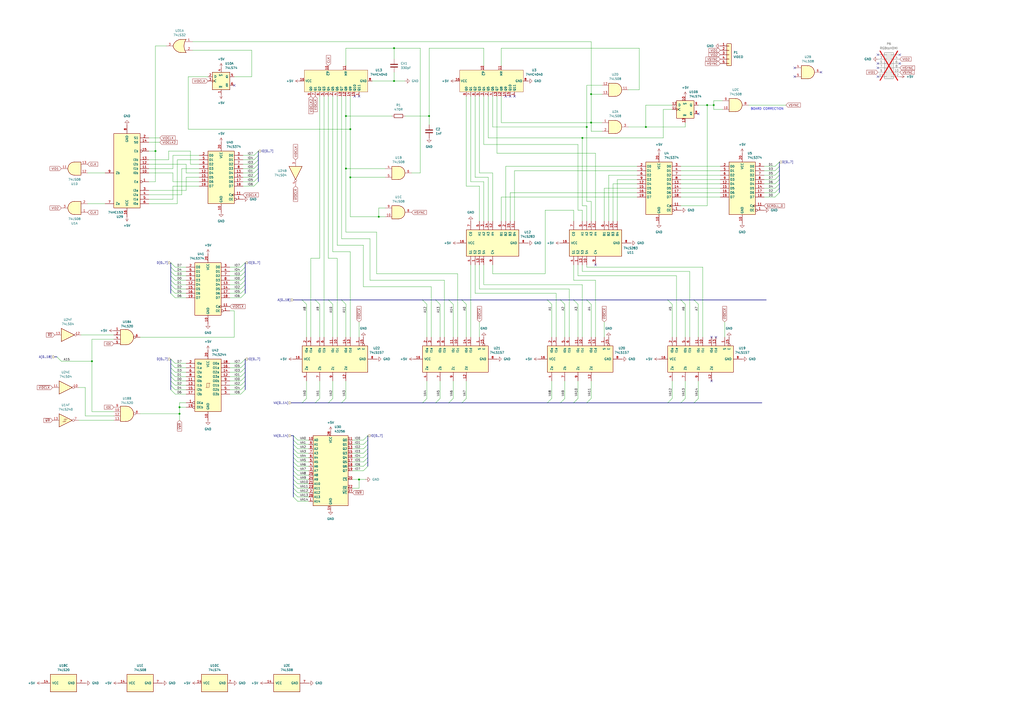
<source format=kicad_sch>
(kicad_sch (version 20231120) (generator "eeschema") (generator_version "8.0")
  (paper "A2")
  (junction (at 104.14 236.22))
  (junction (at 203.2 102.87))
  (junction (at 228.6 46.99))
  (junction (at 228.6 27.94))
  (junction (at 104.14 240.03))
  (junction (at 410.21 60.96))
  (junction (at 248.92 67.31))
  (junction (at 200.66 67.31))
  (junction (at 203.2 74.93))
  (junction (at 53.34 209.55))
  (junction (at 337.82 80.01))
  (junction (at 90.17 87.63))
  (junction (at 374.65 73.66))
  (junction (at 219.71 125.73))
  (junction (at 200.66 97.79))
  (junction (at 342.9 54.61))
  (junction (at 342.9 71.12))
  (junction (at 208.28 278.13))
  (junction (at 414.02 60.96))
  (junction (at 340.36 73.66))
  (no_connect (at 476.25 41.91))
  (no_connect (at 509.27 44.45))
  (no_connect (at 509.27 31.75))
  (no_connect (at 135.89 49.53))
  (no_connect (at 205.74 55.88))
  (no_connect (at 521.97 31.75))
  (no_connect (at 461.01 44.45))
  (no_connect (at 298.45 55.88))
  (no_connect (at 521.97 36.83))
  (no_connect (at 412.75 220.98))
  (no_connect (at 295.91 55.88))
  (no_connect (at 293.37 55.88))
  (no_connect (at 412.75 195.58))
  (no_connect (at 345.44 153.67))
  (no_connect (at 415.29 195.58))
  (no_connect (at 208.28 55.88))
  (no_connect (at 405.13 66.04))
  (no_connect (at 461.01 39.37))
  (no_connect (at 509.27 36.83))
  (no_connect (at 509.27 39.37))
  (bus_entry (at 449.58 101.6) (size 2.54 -2.54))
  (bus_entry (at 170.18 265.43) (size 2.54 2.54))
  (bus_entry (at 267.97 233.68) (size 2.54 -2.54))
  (bus_entry (at 139.7 165.1) (size 2.54 -2.54))
  (bus_entry (at 394.97 173.99) (size 2.54 2.54))
  (bus_entry (at 147.32 97.79) (size 2.54 -2.54))
  (bus_entry (at 147.32 95.25) (size 2.54 -2.54))
  (bus_entry (at 101.6 170.18) (size -2.54 -2.54))
  (bus_entry (at 139.7 154.94) (size 2.54 -2.54))
  (bus_entry (at 101.6 165.1) (size -2.54 -2.54))
  (bus_entry (at 402.59 233.68) (size 2.54 -2.54))
  (bus_entry (at 170.18 270.51) (size 2.54 2.54))
  (bus_entry (at 139.7 223.52) (size 2.54 -2.54))
  (bus_entry (at 101.6 223.52) (size -2.54 -2.54))
  (bus_entry (at 139.7 172.72) (size 2.54 -2.54))
  (bus_entry (at 252.73 173.99) (size 2.54 2.54))
  (bus_entry (at 139.7 226.06) (size 2.54 -2.54))
  (bus_entry (at 260.35 233.68) (size 2.54 -2.54))
  (bus_entry (at 190.5 173.99) (size 2.54 2.54))
  (bus_entry (at 210.82 273.05) (size 2.54 -2.54))
  (bus_entry (at 170.18 275.59) (size 2.54 2.54))
  (bus_entry (at 139.7 228.6) (size 2.54 -2.54))
  (bus_entry (at 170.18 280.67) (size 2.54 2.54))
  (bus_entry (at 245.11 233.68) (size 2.54 -2.54))
  (bus_entry (at 101.6 157.48) (size -2.54 -2.54))
  (bus_entry (at 325.12 233.68) (size 2.54 -2.54))
  (bus_entry (at 101.6 218.44) (size -2.54 -2.54))
  (bus_entry (at 33.02 207.01) (size 2.54 2.54))
  (bus_entry (at 139.7 210.82) (size 2.54 -2.54))
  (bus_entry (at 317.5 233.68) (size 2.54 -2.54))
  (bus_entry (at 101.6 226.06) (size -2.54 -2.54))
  (bus_entry (at 210.82 255.27) (size 2.54 -2.54))
  (bus_entry (at 260.35 173.99) (size 2.54 2.54))
  (bus_entry (at 449.58 114.3) (size 2.54 -2.54))
  (bus_entry (at 170.18 252.73) (size 2.54 2.54))
  (bus_entry (at 182.88 173.99) (size 2.54 2.54))
  (bus_entry (at 267.97 173.99) (size 2.54 2.54))
  (bus_entry (at 101.6 228.6) (size -2.54 -2.54))
  (bus_entry (at 139.7 162.56) (size 2.54 -2.54))
  (bus_entry (at 101.6 172.72) (size -2.54 -2.54))
  (bus_entry (at 449.58 96.52) (size 2.54 -2.54))
  (bus_entry (at 147.32 105.41) (size 2.54 -2.54))
  (bus_entry (at 252.73 233.68) (size 2.54 -2.54))
  (bus_entry (at 332.74 233.68) (size 2.54 -2.54))
  (bus_entry (at 210.82 262.89) (size 2.54 -2.54))
  (bus_entry (at 190.5 233.68) (size 2.54 -2.54))
  (bus_entry (at 139.7 220.98) (size 2.54 -2.54))
  (bus_entry (at 340.36 173.99) (size 2.54 2.54))
  (bus_entry (at 340.36 233.68) (size 2.54 -2.54))
  (bus_entry (at 449.58 106.68) (size 2.54 -2.54))
  (bus_entry (at 170.18 273.05) (size 2.54 2.54))
  (bus_entry (at 449.58 111.76) (size 2.54 -2.54))
  (bus_entry (at 317.5 173.99) (size 2.54 2.54))
  (bus_entry (at 101.6 220.98) (size -2.54 -2.54))
  (bus_entry (at 449.58 109.22) (size 2.54 -2.54))
  (bus_entry (at 170.18 278.13) (size 2.54 2.54))
  (bus_entry (at 402.59 173.99) (size 2.54 2.54))
  (bus_entry (at 101.6 215.9) (size -2.54 -2.54))
  (bus_entry (at 210.82 265.43) (size 2.54 -2.54))
  (bus_entry (at 325.12 173.99) (size 2.54 2.54))
  (bus_entry (at 449.58 99.06) (size 2.54 -2.54))
  (bus_entry (at 147.32 100.33) (size 2.54 -2.54))
  (bus_entry (at 449.58 104.14) (size 2.54 -2.54))
  (bus_entry (at 182.88 233.68) (size 2.54 -2.54))
  (bus_entry (at 170.18 260.35) (size 2.54 2.54))
  (bus_entry (at 170.18 267.97) (size 2.54 2.54))
  (bus_entry (at 170.18 257.81) (size 2.54 2.54))
  (bus_entry (at 245.11 173.99) (size 2.54 2.54))
  (bus_entry (at 210.82 267.97) (size 2.54 -2.54))
  (bus_entry (at 101.6 154.94) (size -2.54 -2.54))
  (bus_entry (at 147.32 92.71) (size 2.54 -2.54))
  (bus_entry (at 147.32 102.87) (size 2.54 -2.54))
  (bus_entry (at 139.7 215.9) (size 2.54 -2.54))
  (bus_entry (at 170.18 255.27) (size 2.54 2.54))
  (bus_entry (at 147.32 107.95) (size 2.54 -2.54))
  (bus_entry (at 101.6 160.02) (size -2.54 -2.54))
  (bus_entry (at 101.6 167.64) (size -2.54 -2.54))
  (bus_entry (at 387.35 233.68) (size 2.54 -2.54))
  (bus_entry (at 101.6 210.82) (size -2.54 -2.54))
  (bus_entry (at 175.26 233.68) (size 2.54 -2.54))
  (bus_entry (at 198.12 233.68) (size 2.54 -2.54))
  (bus_entry (at 210.82 270.51) (size 2.54 -2.54))
  (bus_entry (at 198.12 173.99) (size 2.54 2.54))
  (bus_entry (at 139.7 157.48) (size 2.54 -2.54))
  (bus_entry (at 101.6 213.36) (size -2.54 -2.54))
  (bus_entry (at 139.7 167.64) (size 2.54 -2.54))
  (bus_entry (at 139.7 170.18) (size 2.54 -2.54))
  (bus_entry (at 387.35 173.99) (size 2.54 2.54))
  (bus_entry (at 210.82 257.81) (size 2.54 -2.54))
  (bus_entry (at 139.7 218.44) (size 2.54 -2.54))
  (bus_entry (at 170.18 288.29) (size 2.54 2.54))
  (bus_entry (at 170.18 262.89) (size 2.54 2.54))
  (bus_entry (at 139.7 213.36) (size 2.54 -2.54))
  (bus_entry (at 332.74 173.99) (size 2.54 2.54))
  (bus_entry (at 175.26 173.99) (size 2.54 2.54))
  (bus_entry (at 170.18 283.21) (size 2.54 2.54))
  (bus_entry (at 170.18 285.75) (size 2.54 2.54))
  (bus_entry (at 101.6 162.56) (size -2.54 -2.54))
  (bus_entry (at 210.82 260.35) (size 2.54 -2.54))
  (bus_entry (at 139.7 160.02) (size 2.54 -2.54))
  (bus_entry (at 147.32 90.17) (size 2.54 -2.54))
  (bus_entry (at 394.97 233.68) (size 2.54 -2.54))
  (wire (pts (xy 280.67 105.41) (xy 280.67 128.27)))
  (bus (pts (xy 149.86 102.87) (xy 149.86 105.41)))
  (wire (pts (xy 172.72 273.05) (xy 179.07 273.05)))
  (wire (pts (xy 104.14 236.22) (xy 104.14 240.03)))
  (wire (pts (xy 443.23 101.6) (xy 449.58 101.6)))
  (wire (pts (xy 185.42 149.86) (xy 180.34 149.86)))
  (bus (pts (xy 190.5 233.68) (xy 198.12 233.68)))
  (bus (pts (xy 170.18 267.97) (xy 170.18 270.51)))
  (bus (pts (xy 170.18 275.59) (xy 170.18 278.13)))
  (wire (pts (xy 228.6 27.94) (xy 228.6 34.29)))
  (wire (pts (xy 135.89 180.34) (xy 133.35 180.34)))
  (wire (pts (xy 283.21 102.87) (xy 283.21 128.27)))
  (bus (pts (xy 182.88 233.68) (xy 190.5 233.68)))
  (wire (pts (xy 193.04 146.05) (xy 203.2 146.05)))
  (wire (pts (xy 86.36 113.03) (xy 105.41 113.03)))
  (bus (pts (xy 142.24 165.1) (xy 142.24 167.64)))
  (wire (pts (xy 140.97 97.79) (xy 147.32 97.79)))
  (bus (pts (xy 142.24 210.82) (xy 142.24 213.36)))
  (wire (pts (xy 86.36 92.71) (xy 97.79 92.71)))
  (wire (pts (xy 109.22 74.93) (xy 109.22 44.45)))
  (wire (pts (xy 200.66 97.79) (xy 200.66 134.62)))
  (bus (pts (xy 99.06 160.02) (xy 99.06 162.56)))
  (bus (pts (xy 267.97 173.99) (xy 317.5 173.99)))
  (wire (pts (xy 414.02 58.42) (xy 414.02 60.96)))
  (bus (pts (xy 452.12 109.22) (xy 452.12 111.76)))
  (wire (pts (xy 327.66 220.98) (xy 327.66 231.14)))
  (wire (pts (xy 342.9 220.98) (xy 342.9 231.14)))
  (wire (pts (xy 203.2 74.93) (xy 203.2 102.87)))
  (wire (pts (xy 369.57 101.6) (xy 353.06 101.6)))
  (wire (pts (xy 384.81 80.01) (xy 384.81 63.5)))
  (wire (pts (xy 248.92 67.31) (xy 248.92 72.39)))
  (wire (pts (xy 140.97 105.41) (xy 147.32 105.41)))
  (bus (pts (xy 317.5 173.99) (xy 325.12 173.99)))
  (wire (pts (xy 332.74 121.92) (xy 332.74 128.27)))
  (wire (pts (xy 100.33 105.41) (xy 115.57 105.41)))
  (wire (pts (xy 290.83 55.88) (xy 290.83 71.12)))
  (bus (pts (xy 325.12 233.68) (xy 332.74 233.68)))
  (wire (pts (xy 394.97 96.52) (xy 417.83 96.52)))
  (wire (pts (xy 146.05 29.21) (xy 111.76 29.21)))
  (wire (pts (xy 443.23 99.06) (xy 449.58 99.06)))
  (wire (pts (xy 172.72 278.13) (xy 179.07 278.13)))
  (wire (pts (xy 193.04 55.88) (xy 193.04 146.05)))
  (bus (pts (xy 170.18 280.67) (xy 170.18 283.21)))
  (bus (pts (xy 99.06 167.64) (xy 99.06 170.18)))
  (bus (pts (xy 213.36 262.89) (xy 213.36 265.43)))
  (wire (pts (xy 369.57 114.3) (xy 290.83 114.3)))
  (wire (pts (xy 86.36 118.11) (xy 102.87 118.11)))
  (wire (pts (xy 275.59 170.18) (xy 322.58 170.18)))
  (wire (pts (xy 107.95 102.87) (xy 115.57 102.87)))
  (wire (pts (xy 104.14 240.03) (xy 104.14 243.84)))
  (wire (pts (xy 50.8 100.33) (xy 60.96 100.33)))
  (wire (pts (xy 133.35 165.1) (xy 139.7 165.1)))
  (wire (pts (xy 203.2 146.05) (xy 203.2 195.58)))
  (bus (pts (xy 340.36 233.68) (xy 387.35 233.68)))
  (wire (pts (xy 337.82 80.01) (xy 384.81 80.01)))
  (bus (pts (xy 332.74 233.68) (xy 340.36 233.68)))
  (wire (pts (xy 288.29 88.9) (xy 345.44 88.9)))
  (wire (pts (xy 278.13 55.88) (xy 278.13 100.33)))
  (wire (pts (xy 107.95 228.6) (xy 101.6 228.6)))
  (wire (pts (xy 133.35 213.36) (xy 139.7 213.36)))
  (bus (pts (xy 213.36 257.81) (xy 213.36 260.35)))
  (wire (pts (xy 200.66 38.1) (xy 200.66 27.94)))
  (wire (pts (xy 394.97 99.06) (xy 417.83 99.06)))
  (wire (pts (xy 270.51 107.95) (xy 278.13 107.95)))
  (wire (pts (xy 374.65 73.66) (xy 374.65 60.96)))
  (wire (pts (xy 146.05 44.45) (xy 146.05 29.21)))
  (wire (pts (xy 332.74 153.67) (xy 332.74 162.56)))
  (wire (pts (xy 219.71 120.65) (xy 219.71 125.73)))
  (wire (pts (xy 107.95 95.25) (xy 107.95 100.33)))
  (wire (pts (xy 327.66 176.53) (xy 327.66 195.58)))
  (wire (pts (xy 443.23 111.76) (xy 449.58 111.76)))
  (wire (pts (xy 172.72 288.29) (xy 179.07 288.29)))
  (wire (pts (xy 434.34 60.96) (xy 455.93 60.96)))
  (wire (pts (xy 248.92 27.94) (xy 280.67 27.94)))
  (wire (pts (xy 86.36 115.57) (xy 100.33 115.57)))
  (wire (pts (xy 215.9 46.99) (xy 228.6 46.99)))
  (bus (pts (xy 99.06 215.9) (xy 99.06 218.44)))
  (wire (pts (xy 204.47 255.27) (xy 210.82 255.27)))
  (wire (pts (xy 100.33 115.57) (xy 100.33 107.95)))
  (bus (pts (xy 170.18 278.13) (xy 170.18 280.67)))
  (wire (pts (xy 172.72 285.75) (xy 179.07 285.75)))
  (bus (pts (xy 142.24 152.4) (xy 142.24 154.94)))
  (bus (pts (xy 170.18 283.21) (xy 170.18 285.75)))
  (bus (pts (xy 170.18 273.05) (xy 170.18 275.59)))
  (wire (pts (xy 187.96 55.88) (xy 187.96 195.58)))
  (bus (pts (xy 213.36 265.43) (xy 213.36 267.97)))
  (wire (pts (xy 243.84 100.33) (xy 243.84 27.94)))
  (wire (pts (xy 340.36 73.66) (xy 340.36 49.53)))
  (wire (pts (xy 335.28 220.98) (xy 335.28 231.14)))
  (wire (pts (xy 90.17 26.67) (xy 90.17 87.63)))
  (bus (pts (xy 142.24 157.48) (xy 142.24 160.02)))
  (wire (pts (xy 320.04 176.53) (xy 320.04 195.58)))
  (bus (pts (xy 99.06 152.4) (xy 99.06 154.94)))
  (wire (pts (xy 109.22 44.45) (xy 120.65 44.45)))
  (wire (pts (xy 255.27 220.98) (xy 255.27 231.14)))
  (wire (pts (xy 342.9 116.84) (xy 342.9 128.27)))
  (wire (pts (xy 342.9 76.2) (xy 349.25 76.2)))
  (wire (pts (xy 133.35 154.94) (xy 139.7 154.94)))
  (wire (pts (xy 198.12 138.43) (xy 214.63 138.43)))
  (wire (pts (xy 228.6 41.91) (xy 228.6 46.99)))
  (wire (pts (xy 86.36 110.49) (xy 107.95 110.49)))
  (wire (pts (xy 223.52 120.65) (xy 219.71 120.65)))
  (wire (pts (xy 419.1 58.42) (xy 414.02 58.42)))
  (wire (pts (xy 364.49 52.07) (xy 370.84 52.07)))
  (wire (pts (xy 320.04 220.98) (xy 320.04 231.14)))
  (wire (pts (xy 133.35 210.82) (xy 139.7 210.82)))
  (bus (pts (xy 99.06 210.82) (xy 99.06 213.36)))
  (wire (pts (xy 369.57 104.14) (xy 358.14 104.14)))
  (wire (pts (xy 369.57 96.52) (xy 293.37 96.52)))
  (wire (pts (xy 107.95 110.49) (xy 107.95 102.87)))
  (wire (pts (xy 210.82 166.37) (xy 250.19 166.37)))
  (bus (pts (xy 402.59 233.68) (xy 441.96 233.68)))
  (wire (pts (xy 270.51 176.53) (xy 270.51 195.58)))
  (bus (pts (xy 175.26 233.68) (xy 182.88 233.68)))
  (wire (pts (xy 92.71 80.01) (xy 86.36 80.01)))
  (wire (pts (xy 135.89 195.58) (xy 135.89 180.34)))
  (wire (pts (xy 133.35 218.44) (xy 139.7 218.44)))
  (wire (pts (xy 219.71 125.73) (xy 223.52 125.73)))
  (wire (pts (xy 214.63 162.56) (xy 257.81 162.56)))
  (wire (pts (xy 172.72 283.21) (xy 179.07 283.21)))
  (wire (pts (xy 172.72 255.27) (xy 179.07 255.27)))
  (wire (pts (xy 200.66 134.62) (xy 218.44 134.62)))
  (wire (pts (xy 335.28 176.53) (xy 335.28 195.58)))
  (wire (pts (xy 394.97 106.68) (xy 417.83 106.68)))
  (wire (pts (xy 203.2 74.93) (xy 109.22 74.93)))
  (wire (pts (xy 262.89 176.53) (xy 262.89 195.58)))
  (wire (pts (xy 100.33 100.33) (xy 100.33 105.41)))
  (bus (pts (xy 99.06 218.44) (xy 99.06 220.98)))
  (wire (pts (xy 278.13 107.95) (xy 278.13 128.27)))
  (wire (pts (xy 214.63 138.43) (xy 214.63 162.56)))
  (wire (pts (xy 280.67 55.88) (xy 280.67 83.82)))
  (wire (pts (xy 394.97 111.76) (xy 417.83 111.76)))
  (bus (pts (xy 317.5 233.68) (xy 325.12 233.68)))
  (wire (pts (xy 92.71 82.55) (xy 86.36 82.55)))
  (bus (pts (xy 170.18 285.75) (xy 170.18 288.29)))
  (wire (pts (xy 234.95 67.31) (xy 248.92 67.31)))
  (wire (pts (xy 133.35 215.9) (xy 139.7 215.9)))
  (bus (pts (xy 387.35 173.99) (xy 394.97 173.99)))
  (wire (pts (xy 285.75 55.88) (xy 285.75 73.66)))
  (wire (pts (xy 140.97 92.71) (xy 147.32 92.71)))
  (wire (pts (xy 335.28 153.67) (xy 335.28 160.02)))
  (wire (pts (xy 200.66 67.31) (xy 227.33 67.31)))
  (wire (pts (xy 135.89 44.45) (xy 146.05 44.45)))
  (wire (pts (xy 195.58 55.88) (xy 195.58 142.24)))
  (wire (pts (xy 340.36 153.67) (xy 340.36 154.94)))
  (wire (pts (xy 204.47 260.35) (xy 210.82 260.35)))
  (wire (pts (xy 238.76 100.33) (xy 243.84 100.33)))
  (wire (pts (xy 97.79 92.71) (xy 97.79 87.63)))
  (bus (pts (xy 452.12 96.52) (xy 452.12 99.06)))
  (wire (pts (xy 293.37 96.52) (xy 293.37 128.27)))
  (wire (pts (xy 218.44 134.62) (xy 218.44 158.75)))
  (wire (pts (xy 107.95 160.02) (xy 101.6 160.02)))
  (bus (pts (xy 170.18 265.43) (xy 170.18 267.97)))
  (wire (pts (xy 100.33 97.79) (xy 100.33 90.17)))
  (wire (pts (xy 107.95 172.72) (xy 101.6 172.72)))
  (wire (pts (xy 228.6 27.94) (xy 243.84 27.94)))
  (bus (pts (xy 213.36 260.35) (xy 213.36 262.89)))
  (wire (pts (xy 140.97 95.25) (xy 147.32 95.25)))
  (wire (pts (xy 208.28 283.21) (xy 208.28 278.13)))
  (wire (pts (xy 290.83 114.3) (xy 290.83 128.27)))
  (wire (pts (xy 410.21 60.96) (xy 410.21 119.38)))
  (bus (pts (xy 452.12 104.14) (xy 452.12 106.68)))
  (wire (pts (xy 133.35 167.64) (xy 139.7 167.64)))
  (wire (pts (xy 285.75 100.33) (xy 285.75 128.27)))
  (wire (pts (xy 49.53 241.3) (xy 66.04 241.3)))
  (wire (pts (xy 107.95 162.56) (xy 101.6 162.56)))
  (wire (pts (xy 195.58 142.24) (xy 210.82 142.24)))
  (bus (pts (xy 452.12 93.98) (xy 452.12 96.52)))
  (wire (pts (xy 384.81 63.5) (xy 389.89 63.5)))
  (wire (pts (xy 172.72 267.97) (xy 179.07 267.97)))
  (wire (pts (xy 204.47 262.89) (xy 210.82 262.89)))
  (wire (pts (xy 288.29 55.88) (xy 288.29 88.9)))
  (bus (pts (xy 332.74 173.99) (xy 340.36 173.99)))
  (bus (pts (xy 252.73 233.68) (xy 260.35 233.68)))
  (wire (pts (xy 397.51 71.12) (xy 397.51 73.66)))
  (wire (pts (xy 35.56 209.55) (xy 53.34 209.55)))
  (wire (pts (xy 218.44 158.75) (xy 265.43 158.75)))
  (wire (pts (xy 280.67 165.1) (xy 337.82 165.1)))
  (bus (pts (xy 142.24 167.64) (xy 142.24 170.18)))
  (wire (pts (xy 270.51 220.98) (xy 270.51 231.14)))
  (bus (pts (xy 452.12 101.6) (xy 452.12 104.14)))
  (wire (pts (xy 316.23 121.92) (xy 332.74 121.92)))
  (bus (pts (xy 99.06 154.94) (xy 99.06 157.48)))
  (wire (pts (xy 204.47 283.21) (xy 208.28 283.21)))
  (wire (pts (xy 394.97 114.3) (xy 417.83 114.3)))
  (bus (pts (xy 149.86 97.79) (xy 149.86 100.33)))
  (wire (pts (xy 96.52 26.67) (xy 90.17 26.67)))
  (bus (pts (xy 213.36 267.97) (xy 213.36 270.51)))
  (bus (pts (xy 170.18 262.89) (xy 170.18 265.43)))
  (wire (pts (xy 273.05 153.67) (xy 273.05 195.58)))
  (wire (pts (xy 247.65 176.53) (xy 247.65 195.58)))
  (wire (pts (xy 335.28 160.02) (xy 392.43 160.02)))
  (bus (pts (xy 325.12 173.99) (xy 332.74 173.99)))
  (wire (pts (xy 200.66 176.53) (xy 200.66 195.58)))
  (bus (pts (xy 99.06 165.1) (xy 99.06 167.64)))
  (wire (pts (xy 407.67 154.94) (xy 407.67 195.58)))
  (wire (pts (xy 203.2 102.87) (xy 203.2 125.73)))
  (wire (pts (xy 172.72 290.83) (xy 179.07 290.83)))
  (wire (pts (xy 350.52 186.69) (xy 350.52 195.58)))
  (wire (pts (xy 273.05 55.88) (xy 273.05 105.41)))
  (wire (pts (xy 295.91 111.76) (xy 295.91 128.27)))
  (wire (pts (xy 140.97 102.87) (xy 147.32 102.87)))
  (bus (pts (xy 260.35 233.68) (xy 267.97 233.68)))
  (bus (pts (xy 402.59 173.99) (xy 444.5 173.99)))
  (wire (pts (xy 177.8 220.98) (xy 177.8 231.14)))
  (wire (pts (xy 228.6 46.99) (xy 234.95 46.99)))
  (wire (pts (xy 203.2 125.73) (xy 219.71 125.73)))
  (wire (pts (xy 107.95 154.94) (xy 101.6 154.94)))
  (bus (pts (xy 142.24 218.44) (xy 142.24 220.98)))
  (bus (pts (xy 142.24 215.9) (xy 142.24 218.44)))
  (wire (pts (xy 285.75 73.66) (xy 340.36 73.66)))
  (wire (pts (xy 190.5 55.88) (xy 190.5 149.86)))
  (bus (pts (xy 170.18 255.27) (xy 170.18 257.81)))
  (wire (pts (xy 275.59 153.67) (xy 275.59 170.18)))
  (wire (pts (xy 278.13 153.67) (xy 278.13 167.64)))
  (wire (pts (xy 66.04 196.85) (xy 53.34 196.85)))
  (wire (pts (xy 104.14 236.22) (xy 107.95 236.22)))
  (wire (pts (xy 414.02 63.5) (xy 419.1 63.5)))
  (wire (pts (xy 414.02 60.96) (xy 414.02 63.5)))
  (bus (pts (xy 198.12 233.68) (xy 245.11 233.68)))
  (wire (pts (xy 443.23 109.22) (xy 449.58 109.22)))
  (bus (pts (xy 99.06 157.48) (xy 99.06 160.02)))
  (wire (pts (xy 81.28 195.58) (xy 135.89 195.58)))
  (bus (pts (xy 99.06 162.56) (xy 99.06 165.1)))
  (wire (pts (xy 394.97 104.14) (xy 417.83 104.14)))
  (bus (pts (xy 142.24 220.98) (xy 142.24 223.52)))
  (wire (pts (xy 97.79 87.63) (xy 110.49 87.63)))
  (bus (pts (xy 245.11 233.68) (xy 252.73 233.68)))
  (wire (pts (xy 107.95 157.48) (xy 101.6 157.48)))
  (wire (pts (xy 50.8 118.11) (xy 60.96 118.11)))
  (wire (pts (xy 273.05 105.41) (xy 280.67 105.41)))
  (wire (pts (xy 298.45 99.06) (xy 298.45 128.27)))
  (bus (pts (xy 168.91 252.73) (xy 170.18 252.73)))
  (wire (pts (xy 208.28 278.13) (xy 204.47 278.13)))
  (wire (pts (xy 270.51 55.88) (xy 270.51 107.95)))
  (wire (pts (xy 107.95 226.06) (xy 101.6 226.06)))
  (bus (pts (xy 142.24 160.02) (xy 142.24 162.56)))
  (wire (pts (xy 337.82 153.67) (xy 337.82 157.48)))
  (wire (pts (xy 210.82 142.24) (xy 210.82 166.37)))
  (wire (pts (xy 66.04 238.76) (xy 53.34 238.76)))
  (wire (pts (xy 180.34 149.86) (xy 180.34 195.58)))
  (wire (pts (xy 200.66 67.31) (xy 200.66 97.79)))
  (wire (pts (xy 110.49 95.25) (xy 115.57 95.25)))
  (bus (pts (xy 170.18 260.35) (xy 170.18 262.89)))
  (wire (pts (xy 322.58 170.18) (xy 322.58 195.58)))
  (wire (pts (xy 397.51 220.98) (xy 397.51 231.14)))
  (wire (pts (xy 342.9 54.61) (xy 342.9 71.12)))
  (wire (pts (xy 335.28 121.92) (xy 337.82 121.92)))
  (wire (pts (xy 172.72 262.89) (xy 179.07 262.89)))
  (wire (pts (xy 107.95 218.44) (xy 101.6 218.44)))
  (wire (pts (xy 316.23 158.75) (xy 316.23 121.92)))
  (wire (pts (xy 342.9 24.13) (xy 342.9 54.61)))
  (bus (pts (xy 260.35 173.99) (xy 267.97 173.99)))
  (wire (pts (xy 177.8 176.53) (xy 177.8 195.58)))
  (wire (pts (xy 394.97 109.22) (xy 417.83 109.22)))
  (wire (pts (xy 203.2 55.88) (xy 203.2 74.93)))
  (wire (pts (xy 250.19 166.37) (xy 250.19 195.58)))
  (wire (pts (xy 111.76 24.13) (xy 342.9 24.13)))
  (wire (pts (xy 133.35 157.48) (xy 139.7 157.48)))
  (bus (pts (xy 213.36 255.27) (xy 213.36 257.81)))
  (wire (pts (xy 133.35 226.06) (xy 139.7 226.06)))
  (wire (pts (xy 105.41 97.79) (xy 115.57 97.79)))
  (wire (pts (xy 370.84 27.94) (xy 290.83 27.94)))
  (wire (pts (xy 342.9 71.12) (xy 342.9 76.2)))
  (wire (pts (xy 133.35 228.6) (xy 139.7 228.6)))
  (wire (pts (xy 172.72 280.67) (xy 179.07 280.67)))
  (bus (pts (xy 452.12 99.06) (xy 452.12 101.6)))
  (wire (pts (xy 190.5 149.86) (xy 195.58 149.86)))
  (wire (pts (xy 140.97 100.33) (xy 147.32 100.33)))
  (wire (pts (xy 86.36 100.33) (xy 100.33 100.33)))
  (bus (pts (xy 452.12 106.68) (xy 452.12 109.22)))
  (wire (pts (xy 340.36 73.66) (xy 340.36 116.84)))
  (bus (pts (xy 170.18 270.51) (xy 170.18 273.05)))
  (wire (pts (xy 369.57 109.22) (xy 350.52 109.22)))
  (wire (pts (xy 110.49 87.63) (xy 110.49 95.25)))
  (bus (pts (xy 149.86 90.17) (xy 149.86 92.71)))
  (wire (pts (xy 397.51 176.53) (xy 397.51 195.58)))
  (bus (pts (xy 190.5 173.99) (xy 198.12 173.99)))
  (wire (pts (xy 342.9 176.53) (xy 342.9 195.58)))
  (wire (pts (xy 265.43 158.75) (xy 265.43 195.58)))
  (bus (pts (xy 245.11 173.99) (xy 252.73 173.99)))
  (wire (pts (xy 443.23 106.68) (xy 449.58 106.68)))
  (wire (pts (xy 257.81 162.56) (xy 257.81 195.58)))
  (wire (pts (xy 204.47 257.81) (xy 210.82 257.81)))
  (wire (pts (xy 107.95 210.82) (xy 101.6 210.82)))
  (wire (pts (xy 340.36 116.84) (xy 342.9 116.84)))
  (wire (pts (xy 107.95 165.1) (xy 101.6 165.1)))
  (bus (pts (xy 31.75 207.01) (xy 33.02 207.01)))
  (wire (pts (xy 443.23 104.14) (xy 449.58 104.14)))
  (wire (pts (xy 204.47 267.97) (xy 210.82 267.97)))
  (bus (pts (xy 142.24 213.36) (xy 142.24 215.9)))
  (wire (pts (xy 400.05 157.48) (xy 400.05 195.58)))
  (wire (pts (xy 102.87 92.71) (xy 115.57 92.71)))
  (bus (pts (xy 168.91 233.68) (xy 175.26 233.68)))
  (wire (pts (xy 172.72 275.59) (xy 179.07 275.59)))
  (wire (pts (xy 212.09 278.13) (xy 208.28 278.13)))
  (wire (pts (xy 370.84 52.07) (xy 370.84 27.94)))
  (bus (pts (xy 340.36 173.99) (xy 387.35 173.99)))
  (wire (pts (xy 107.95 233.68) (xy 104.14 233.68)))
  (bus (pts (xy 99.06 213.36) (xy 99.06 215.9)))
  (wire (pts (xy 107.95 170.18) (xy 101.6 170.18)))
  (wire (pts (xy 172.72 270.51) (xy 179.07 270.51)))
  (bus (pts (xy 99.06 208.28) (xy 99.06 210.82)))
  (wire (pts (xy 107.95 213.36) (xy 101.6 213.36)))
  (wire (pts (xy 374.65 60.96) (xy 389.89 60.96)))
  (wire (pts (xy 53.34 196.85) (xy 53.34 209.55)))
  (wire (pts (xy 104.14 233.68) (xy 104.14 236.22)))
  (wire (pts (xy 140.97 107.95) (xy 147.32 107.95)))
  (wire (pts (xy 208.28 186.69) (xy 208.28 195.58)))
  (wire (pts (xy 420.37 186.69) (xy 420.37 195.58)))
  (wire (pts (xy 172.72 265.43) (xy 179.07 265.43)))
  (wire (pts (xy 358.14 104.14) (xy 358.14 128.27)))
  (wire (pts (xy 198.12 55.88) (xy 198.12 138.43)))
  (wire (pts (xy 389.89 220.98) (xy 389.89 231.14)))
  (wire (pts (xy 200.66 220.98) (xy 200.66 231.14)))
  (bus (pts (xy 149.86 87.63) (xy 149.86 90.17)))
  (wire (pts (xy 107.95 100.33) (xy 115.57 100.33)))
  (wire (pts (xy 353.06 101.6) (xy 353.06 128.27)))
  (wire (pts (xy 337.82 121.92) (xy 337.82 128.27)))
  (wire (pts (xy 66.04 243.84) (xy 45.72 243.84)))
  (wire (pts (xy 337.82 80.01) (xy 337.82 119.38)))
  (wire (pts (xy 392.43 160.02) (xy 392.43 195.58)))
  (wire (pts (xy 203.2 102.87) (xy 223.52 102.87)))
  (wire (pts (xy 49.53 224.79) (xy 49.53 241.3)))
  (wire (pts (xy 340.36 128.27) (xy 340.36 119.38)))
  (wire (pts (xy 369.57 111.76) (xy 295.91 111.76)))
  (wire (pts (xy 355.6 106.68) (xy 355.6 128.27)))
  (wire (pts (xy 107.95 220.98) (xy 101.6 220.98)))
  (wire (pts (xy 255.27 176.53) (xy 255.27 195.58)))
  (wire (pts (xy 185.42 55.88) (xy 185.42 149.86)))
  (bus (pts (xy 99.06 220.98) (xy 99.06 223.52)))
  (bus (pts (xy 182.88 173.99) (xy 190.5 173.99)))
  (wire (pts (xy 172.72 260.35) (xy 179.07 260.35)))
  (bus (pts (xy 252.73 173.99) (xy 260.35 173.99)))
  (bus (pts (xy 142.24 162.56) (xy 142.24 165.1)))
  (wire (pts (xy 86.36 95.25) (xy 107.95 95.25)))
  (bus (pts (xy 170.18 257.81) (xy 170.18 260.35)))
  (wire (pts (xy 345.44 88.9) (xy 345.44 128.27)))
  (wire (pts (xy 410.21 119.38) (xy 394.97 119.38)))
  (bus (pts (xy 142.24 154.94) (xy 142.24 157.48)))
  (wire (pts (xy 86.36 105.41) (xy 90.17 105.41)))
  (wire (pts (xy 102.87 118.11) (xy 102.87 92.71)))
  (wire (pts (xy 262.89 220.98) (xy 262.89 231.14)))
  (bus (pts (xy 170.18 252.73) (xy 170.18 255.27)))
  (wire (pts (xy 285.75 158.75) (xy 316.23 158.75)))
  (wire (pts (xy 278.13 167.64) (xy 330.2 167.64)))
  (wire (pts (xy 200.66 97.79) (xy 223.52 97.79)))
  (bus (pts (xy 394.97 233.68) (xy 402.59 233.68)))
  (wire (pts (xy 280.67 83.82) (xy 335.28 83.82)))
  (wire (pts (xy 105.41 113.03) (xy 105.41 97.79)))
  (wire (pts (xy 200.66 55.88) (xy 200.66 67.31)))
  (wire (pts (xy 410.21 60.96) (xy 414.02 60.96)))
  (wire (pts (xy 195.58 149.86) (xy 195.58 195.58)))
  (wire (pts (xy 86.36 97.79) (xy 100.33 97.79)))
  (wire (pts (xy 394.97 101.6) (xy 417.83 101.6)))
  (wire (pts (xy 100.33 107.95) (xy 115.57 107.95)))
  (wire (pts (xy 337.82 165.1) (xy 337.82 195.58)))
  (wire (pts (xy 389.89 176.53) (xy 389.89 195.58)))
  (bus (pts (xy 142.24 208.28) (xy 142.24 210.82)))
  (wire (pts (xy 204.47 270.51) (xy 210.82 270.51)))
  (wire (pts (xy 185.42 176.53) (xy 185.42 195.58)))
  (wire (pts (xy 275.59 55.88) (xy 275.59 102.87)))
  (wire (pts (xy 133.35 160.02) (xy 139.7 160.02)))
  (wire (pts (xy 247.65 220.98) (xy 247.65 231.14)))
  (wire (pts (xy 53.34 238.76) (xy 53.34 209.55)))
  (wire (pts (xy 340.36 119.38) (xy 337.82 119.38)))
  (wire (pts (xy 290.83 27.94) (xy 290.83 38.1)))
  (wire (pts (xy 340.36 154.94) (xy 407.67 154.94)))
  (bus (pts (xy 142.24 223.52) (xy 142.24 226.06)))
  (wire (pts (xy 278.13 186.69) (xy 278.13 195.58)))
  (wire (pts (xy 100.33 90.17) (xy 115.57 90.17)))
  (wire (pts (xy 133.35 170.18) (xy 139.7 170.18)))
  (wire (pts (xy 104.14 240.03) (xy 81.28 240.03)))
  (wire (pts (xy 280.67 153.67) (xy 280.67 165.1)))
  (bus (pts (xy 213.36 252.73) (xy 213.36 255.27)))
  (wire (pts (xy 280.67 27.94) (xy 280.67 38.1)))
  (wire (pts (xy 337.82 157.48) (xy 400.05 157.48)))
  (wire (pts (xy 278.13 100.33) (xy 285.75 100.33)))
  (wire (pts (xy 133.35 223.52) (xy 139.7 223.52)))
  (bus (pts (xy 149.86 95.25) (xy 149.86 97.79)))
  (wire (pts (xy 345.44 162.56) (xy 345.44 195.58)))
  (wire (pts (xy 369.57 99.06) (xy 298.45 99.06)))
  (bus (pts (xy 149.86 100.33) (xy 149.86 102.87)))
  (wire (pts (xy 66.04 194.31) (xy 46.99 194.31)))
  (wire (pts (xy 330.2 167.64) (xy 330.2 195.58)))
  (bus (pts (xy 149.86 92.71) (xy 149.86 95.25)))
  (wire (pts (xy 283.21 55.88) (xy 283.21 80.01)))
  (wire (pts (xy 107.95 167.64) (xy 101.6 167.64)))
  (wire (pts (xy 107.95 215.9) (xy 101.6 215.9)))
  (wire (pts (xy 204.47 265.43) (xy 210.82 265.43)))
  (wire (pts (xy 285.75 153.67) (xy 285.75 158.75)))
  (bus (pts (xy 175.26 173.99) (xy 182.88 173.99)))
  (wire (pts (xy 350.52 109.22) (xy 350.52 128.27)))
  (wire (pts (xy 185.42 220.98) (xy 185.42 231.14)))
  (wire (pts (xy 193.04 220.98) (xy 193.04 231.14)))
  (wire (pts (xy 443.23 114.3) (xy 449.58 114.3)))
  (wire (pts (xy 340.36 49.53) (xy 349.25 49.53)))
  (bus (pts (xy 170.18 173.99) (xy 175.26 173.99)))
  (wire (pts (xy 172.72 257.81) (xy 179.07 257.81)))
  (wire (pts (xy 200.66 27.94) (xy 228.6 27.94)))
  (wire (pts (xy 342.9 71.12) (xy 349.25 71.12)))
  (wire (pts (xy 90.17 87.63) (xy 86.36 87.63)))
  (bus (pts (xy 387.35 233.68) (xy 394.97 233.68)))
  (wire (pts (xy 405.13 220.98) (xy 405.13 231.14)))
  (bus (pts (xy 267.97 233.68) (xy 317.5 233.68)))
  (wire (pts (xy 364.49 73.66) (xy 374.65 73.66)))
  (wire (pts (xy 349.25 54.61) (xy 342.9 54.61)))
  (wire (pts (xy 405.13 60.96) (xy 410.21 60.96)))
  (wire (pts (xy 90.17 105.41) (xy 90.17 87.63)))
  (wire (pts (xy 133.35 162.56) (xy 139.7 162.56)))
  (wire (pts (xy 283.21 80.01) (xy 337.82 80.01)))
  (wire (pts (xy 369.57 106.68) (xy 355.6 106.68)))
  (wire (pts (xy 332.74 162.56) (xy 345.44 162.56)))
  (bus (pts (xy 198.12 173.99) (xy 245.11 173.99)))
  (wire (pts (xy 140.97 90.17) (xy 147.32 90.17)))
  (wire (pts (xy 204.47 273.05) (xy 210.82 273.05)))
  (wire (pts (xy 133.35 220.98) (xy 139.7 220.98)))
  (wire (pts (xy 443.23 96.52) (xy 449.58 96.52)))
  (wire (pts (xy 193.04 176.53) (xy 193.04 195.58)))
  (bus (pts (xy 394.97 173.99) (xy 402.59 173.99)))
  (wire (pts (xy 133.35 172.72) (xy 139.7 172.72)))
  (wire (pts (xy 275.59 102.87) (xy 283.21 102.87)))
  (wire (pts (xy 248.92 67.31) (xy 248.92 27.94)))
  (wire (pts (xy 405.13 176.53) (xy 405.13 195.58)))
  (wire (pts (xy 107.95 223.52) (xy 101.6 223.52)))
  (wire (pts (xy 45.72 224.79) (xy 49.53 224.79)))
  (wire (pts (xy 397.51 73.66) (xy 374.65 73.66)))
  (wire (pts (xy 290.83 71.12) (xy 342.9 71.12)))
  (bus (pts (xy 99.06 223.52) (xy 99.06 226.06)))
  (wire (pts (xy 335.28 83.82) (xy 335.28 121.92)))
  (text "BOARD CORRECTION" (at 445.008 63.246 0) (effects (font (size 1.27 1.27))))
  (label "IO0" (at 135.89 162.56 0))
  (label "VA11" (at 173.99 283.21 0))
  (label "IO6" (at 205.74 270.51 0))
  (label "A12" (at 247.65 177.8 270))
  (label "A4" (at 342.9 177.8 270))
  (label "IO4" (at 135.89 157.48 0))
  (label "IO7" (at 205.74 273.05 0))
  (label "D0" (at 445.77 114.3 0))
  (label "IO0" (at 143.51 97.79 0))
  (label "A15" (at 36.83 209.55 0))
  (label "VA7" (at 270.51 229.87 90))
  (label "VA12" (at 389.89 229.87 90))
  (label "VA9" (at 173.99 278.13 0))
  (label "VA13" (at 397.51 229.87 90))
  (label "D5" (at 105.41 170.18 180))
  (label "VA8" (at 320.04 229.87 90))
  (label "D4" (at 105.41 157.48 180))
  (label "D6" (at 105.41 228.6 180))
  (label "A3" (at 335.28 177.8 270))
  (label "A8" (at 177.8 177.8 270))
  (label "VA8" (at 173.99 275.59 0))
  (label "VA0" (at 177.8 229.87 90))
  (label "IO0" (at 135.89 220.98 0))
  (label "A11" (at 200.66 177.8 270))
  (label "IO3" (at 135.89 215.9 0))
  (label "A2" (at 327.66 177.8 270))
  (label "D1" (at 445.77 96.52 0))
  (label "D5" (at 105.41 213.36 180))
  (label "VA12" (at 173.99 285.75 0))
  (label "D4" (at 105.41 226.06 180))
  (label "IO2" (at 135.89 223.52 0))
  (label "D7" (at 105.41 210.82 180))
  (label "VA3" (at 200.66 229.87 90))
  (label "A0" (at 270.51 177.8 270))
  (label "VA4" (at 247.65 229.87 90))
  (label "D7" (at 445.77 104.14 0))
  (label "D2" (at 445.77 111.76 0))
  (label "IO4" (at 143.51 92.71 0))
  (label "IO3" (at 205.74 262.89 0))
  (label "IO6" (at 135.89 228.6 0))
  (label "VA1" (at 173.99 257.81 0))
  (label "IO2" (at 143.51 102.87 0))
  (label "IO6" (at 143.51 107.95 0))
  (label "A5" (at 389.89 177.8 270))
  (label "IO1" (at 135.89 218.44 0))
  (label "VA11" (at 342.9 229.87 90))
  (label "A14" (at 262.89 177.8 270))
  (label "VA14" (at 173.99 290.83 0))
  (label "D0" (at 105.41 220.98 180))
  (label "IO7" (at 143.51 90.17 0))
  (label "D7" (at 105.41 154.94 180))
  (label "VA14" (at 405.13 229.87 90))
  (label "VA1" (at 185.42 229.87 90))
  (label "VA5" (at 173.99 267.97 0))
  (label "IO6" (at 135.89 172.72 0))
  (label "VA6" (at 173.99 270.51 0))
  (label "VA6" (at 262.89 229.87 90))
  (label "VA10" (at 173.99 280.67 0))
  (label "VA7" (at 173.99 273.05 0))
  (label "IO5" (at 205.74 267.97 0))
  (label "VA9" (at 327.66 229.87 90))
  (label "D6" (at 445.77 106.68 0))
  (label "IO3" (at 143.51 95.25 0))
  (label "D0" (at 105.41 162.56 180))
  (label "D2" (at 105.41 167.64 180))
  (label "D5" (at 445.77 101.6 0))
  (label "VA3" (at 173.99 262.89 0))
  (label "IO7" (at 135.89 210.82 0))
  (label "IO1" (at 135.89 165.1 0))
  (label "IO5" (at 135.89 213.36 0))
  (label "IO4" (at 135.89 226.06 0))
  (label "D2" (at 105.41 223.52 180))
  (label "VA4" (at 173.99 265.43 0))
  (label "VA0" (at 173.99 255.27 0))
  (label "A10" (at 193.04 177.8 270))
  (label "D6" (at 105.41 172.72 180))
  (label "VA13" (at 173.99 288.29 0))
  (label "IO3" (at 135.89 160.02 0))
  (label "VA5" (at 255.27 229.87 90))
  (label "D3" (at 105.41 215.9 180))
  (label "D3" (at 105.41 160.02 180))
  (label "D3" (at 445.77 99.06 0))
  (label "IO1" (at 205.74 257.81 0))
  (label "IO4" (at 205.74 265.43 0))
  (label "IO5" (at 135.89 170.18 0))
  (label "A7" (at 405.13 177.8 270))
  (label "D4" (at 445.77 109.22 0))
  (label "D1" (at 105.41 165.1 180))
  (label "IO5" (at 143.51 105.41 0))
  (label "IO1" (at 143.51 100.33 0))
  (label "IO7" (at 135.89 154.94 0))
  (label "IO2" (at 135.89 167.64 0))
  (label "A13" (at 255.27 177.8 270))
  (label "A1" (at 320.04 177.8 270))
  (label "VA10" (at 335.28 229.87 90))
  (label "D1" (at 105.41 218.44 180))
  (label "A6" (at 397.51 177.8 270))
  (label "IO0" (at 205.74 255.27 0))
  (label "VA2" (at 173.99 260.35 0))
  (label "IO2" (at 205.74 260.35 0))
  (label "A9" (at 185.42 177.8 270))
  (label "VA2" (at 193.04 229.87 90))
  (global_label "VID2" (shape input) (at 521.97 34.29 0) (property "Intersheetrefs" "${INTERSHEET_REFS}" (effects (hide yes))))
  (global_label "CLK" (shape input) (at 50.8 123.19 0) (property "Intersheetrefs" "${INTERSHEET_REFS}" (effects (hide yes))))
  (global_label "VID2" (shape input) (at 417.83 31.75 180) (property "Intersheetrefs" "${INTERSHEET_REFS}" (effects (hide yes))))
  (global_label "VSYNC" (shape input) (at 521.97 41.91 0) (property "Intersheetrefs" "${INTERSHEET_REFS}" (effects (hide yes))))
  (global_label "VID1" (shape input) (at 509.27 41.91 180) (property "Intersheetrefs" "${INTERSHEET_REFS}" (effects (hide yes))))
  (global_label "VIDCLK2" (shape input) (at 92.71 82.55 0) (property "Intersheetrefs" "${INTERSHEET_REFS}" (effects (hide yes))))
  (global_label "VSYNC" (shape input) (at 417.83 34.29 180) (property "Intersheetrefs" "${INTERSHEET_REFS}" (effects (hide yes))))
  (global_label "~{VWR}" (shape input) (at 104.14 243.84 270) (property "Intersheetrefs" "${INTERSHEET_REFS}" (effects (hide yes))))
  (global_label "CLK" (shape input) (at 190.5 38.1 90) (property "Intersheetrefs" "${INTERSHEET_REFS}" (effects (hide yes))))
  (global_label "VID2" (shape input) (at 35.56 120.65 180) (property "Intersheetrefs" "${INTERSHEET_REFS}" (effects (hide yes))))
  (global_label "HSYNC" (shape input) (at 521.97 39.37 0) (property "Intersheetrefs" "${INTERSHEET_REFS}" (effects (hide yes))))
  (global_label "~{VIDCLK}" (shape input) (at 208.28 186.69 90) (property "Intersheetrefs" "${INTERSHEET_REFS}" (effects (hide yes))))
  (global_label "~{WR}" (shape input) (at 30.48 243.84 180) (property "Intersheetrefs" "${INTERSHEET_REFS}" (effects (hide yes))))
  (global_label "VIDCLK" (shape input) (at 140.97 113.03 0) (property "Intersheetrefs" "${INTERSHEET_REFS}" (effects (hide yes))))
  (global_label "VIDCLK" (shape input) (at 171.45 92.71 90) (property "Intersheetrefs" "${INTERSHEET_REFS}" (effects (hide yes))))
  (global_label "HSYNC" (shape input) (at 238.76 123.19 0) (property "Intersheetrefs" "${INTERSHEET_REFS}" (effects (hide yes))))
  (global_label "~{VIDCLK}" (shape input) (at 278.13 186.69 90) (property "Intersheetrefs" "${INTERSHEET_REFS}" (effects (hide yes))))
  (global_label "VID1" (shape input) (at 417.83 29.21 180) (property "Intersheetrefs" "${INTERSHEET_REFS}" (effects (hide yes))))
  (global_label "VSYNC" (shape input) (at 455.93 60.96 0) (property "Intersheetrefs" "${INTERSHEET_REFS}" (effects (hide yes))))
  (global_label "~{VIDCLK}" (shape input) (at 350.52 186.69 90) (property "Intersheetrefs" "${INTERSHEET_REFS}" (effects (hide yes))))
  (global_label "IOE" (shape input) (at 66.04 199.39 180) (property "Intersheetrefs" "${INTERSHEET_REFS}" (effects (hide yes))))
  (global_label "CLK" (shape input) (at 50.8 95.25 0) (property "Intersheetrefs" "${INTERSHEET_REFS}" (effects (hide yes))))
  (global_label "~{RD}" (shape input) (at 31.75 194.31 180) (property "Intersheetrefs" "${INTERSHEET_REFS}" (effects (hide yes))))
  (global_label "~{VIDCLK}" (shape input) (at 133.35 177.8 0) (property "Intersheetrefs" "${INTERSHEET_REFS}" (effects (hide yes))))
  (global_label "~{VWR}" (shape input) (at 204.47 285.75 0) (property "Intersheetrefs" "${INTERSHEET_REFS}" (effects (hide yes))))
  (global_label "HSYNC" (shape input) (at 417.83 36.83 180) (property "Intersheetrefs" "${INTERSHEET_REFS}" (effects (hide yes))))
  (global_label "~{VIDCLK}" (shape input) (at 171.45 107.95 270) (property "Intersheetrefs" "${INTERSHEET_REFS}" (effects (hide yes))))
  (global_label "IOE" (shape input) (at 66.04 236.22 180) (property "Intersheetrefs" "${INTERSHEET_REFS}" (effects (hide yes))))
  (global_label "VIDCLK" (shape input) (at 182.88 55.88 270) (property "Intersheetrefs" "${INTERSHEET_REFS}" (effects (hide yes))))
  (global_label "VIDCLK2" (shape input) (at 180.34 55.88 270) (property "Intersheetrefs" "${INTERSHEET_REFS}" (effects (hide yes))))
  (global_label "~{VIDCLK}" (shape input) (at 30.48 224.79 180) (property "Intersheetrefs" "${INTERSHEET_REFS}" (effects (hide yes))))
  (global_label "~{VIDCLK}" (shape input) (at 420.37 186.69 90) (property "Intersheetrefs" "${INTERSHEET_REFS}" (effects (hide yes))))
  (global_label "VIDCLK" (shape input) (at 92.71 80.01 0) (property "Intersheetrefs" "${INTERSHEET_REFS}" (effects (hide yes))))
  (global_label "SCROLL_O" (shape input) (at 443.23 119.38 0) (property "Intersheetrefs" "${INTERSHEET_REFS}" (effects (hide yes))))
  (global_label "VID1" (shape input) (at 35.56 97.79 180) (property "Intersheetrefs" "${INTERSHEET_REFS}" (effects (hide yes))))
  (global_label "VIDCLK" (shape input) (at 120.65 46.99 180) (property "Intersheetrefs" "${INTERSHEET_REFS}" (effects (hide yes))))
  (hierarchical_label "IO[0..7]" (shape input) (at 149.86 87.63 0))
  (hierarchical_label "IO[0..7]" (shape input) (at 213.36 252.73 0))
  (hierarchical_label "A[0..18]" (shape input) (at 170.18 173.99 180))
  (hierarchical_label "D[0..7]" (shape input) (at 99.06 152.4 180))
  (hierarchical_label "IO[0..7]" (shape input) (at 142.24 208.28 0))
  (hierarchical_label "VA[0..14]" (shape input) (at 168.91 233.68 180))
  (hierarchical_label "VA[0..14]" (shape input) (at 168.91 252.73 180))
  (hierarchical_label "D[0..7]" (shape input) (at 452.12 93.98 0))
  (hierarchical_label "IO[0..7]" (shape input) (at 142.24 152.4 0))
  (hierarchical_label "A[0..18]" (shape input) (at 31.75 207.01 180))
  (hierarchical_label "D[0..7]" (shape input) (at 99.06 208.28 180))
  (symbol (lib_id "power:+5V") (at 240.03 208.28 90) (mirror x) (unit 1)
    (property "Reference" "#PWR0112" (effects (hide yes)))
    (property "Value" "+5V" (at 236.22 208.2801 90) (effects (justify left)))
    (property "Description" "Power symbol creates a global label with name \"+5V\"" (effects (hide yes)))
  )
  (symbol (lib_id "power:GND") (at 210.82 195.58 0) (mirror x) (unit 1)
    (property "Reference" "#PWR0121" (effects (hide yes)))
    (property "Value" "GND" (at 210.82 190.5 0))
    (property "Description" "Power symbol creates a global label with name \"GND\" , ground" (effects (hide yes)))
  )
  (symbol (lib_id "74xx:74LS04") (at 39.37 194.31 0) (unit 6)
    (property "Reference" "U24" (at 39.37 185.42 0))
    (property "Value" "74LS04" (at 39.37 187.96 0))
    (property "Footprint" "011TIM:DIP-14_W7.62mm" (effects (hide yes)))
    (property "Datasheet" "http://www.ti.com/lit/gpn/sn74LS04" (effects (hide yes)))
    (property "Description" "Hex Inverter" (effects (hide yes)))
  )
  (symbol (lib_id "TIM011:74HC4040") (at 285.75 46.99 0) (unit 1)
    (property "Reference" "U3" (at 309.88 40.6714 0))
    (property "Value" "74HC4040" (at 309.88 43.2114 0))
    (property "Footprint" "011TIM:DIP-16_W7.62mm" (effects (hide yes)))
  )
  (symbol (lib_id "74xx:74LS244") (at 120.65 223.52 0) (unit 1)
    (property "Reference" "U42" (at 122.8441 203.2 0) (effects (justify left)))
    (property "Value" "74LS244" (at 122.8441 205.74 0) (effects (justify left)))
    (property "Footprint" "011TIM:DIP-20_W7.62mm" (effects (hide yes)))
    (property "Datasheet" "http://www.ti.com/lit/ds/symlink/sn74ls244.pdf" (effects (hide yes)))
    (property "Description" "Octal Buffer and Line Driver With 3-State Output, active-low enables, non-inverting outputs" (effects (hide yes)))
  )
  (symbol (lib_id "power:+5V") (at 325.12 140.97 90) (unit 1)
    (property "Reference" "#PWR0105" (effects (hide yes)))
    (property "Value" "+5V" (at 321.31 140.9701 90) (effects (justify left)))
    (property "Description" "Power symbol creates a global label with name \"+5V\"" (effects (hide yes)))
  )
  (symbol (lib_id "power:+5V") (at 521.97 44.45 270) (mirror x) (unit 1)
    (property "Reference" "#PWR0189" (effects (hide yes)))
    (property "Value" "+5V" (at 525.78 44.4499 90) (effects (justify left)))
    (property "Description" "Power symbol creates a global label with name \"+5V\"" (effects (hide yes)))
  )
  (symbol (lib_id "power:GND") (at 353.06 195.58 0) (mirror x) (unit 1)
    (property "Reference" "#PWR0119" (effects (hide yes)))
    (property "Value" "GND" (at 353.06 190.5 0))
    (property "Description" "Power symbol creates a global label with name \"GND\" , ground" (effects (hide yes)))
  )
  (symbol (lib_id "power:+5V") (at 66.04 191.77 90) (unit 1)
    (property "Reference" "#PWR075" (effects (hide yes)))
    (property "Value" "+5V" (at 62.23 191.7699 90) (effects (justify left)))
    (property "Description" "Power symbol creates a global label with name \"+5V\"" (effects (hide yes)))
  )
  (symbol (lib_id "power:GND") (at 417.83 26.67 270) (mirror x) (unit 1)
    (property "Reference" "#PWR0109" (effects (hide yes)))
    (property "Value" "GND" (at 414.02 26.6699 90) (effects (justify right)))
    (property "Description" "Power symbol creates a global label with name \"GND\" , ground" (effects (hide yes)))
  )
  (symbol (lib_id "power:GND") (at 212.09 278.13 90) (mirror x) (unit 1)
    (property "Reference" "#PWR0125" (effects (hide yes)))
    (property "Value" "GND" (at 215.9 278.1299 90) (effects (justify right)))
    (property "Description" "Power symbol creates a global label with name \"GND\" , ground" (effects (hide yes)))
  )
  (symbol (lib_id "power:+5V") (at 68.58 396.24 90) (unit 1)
    (property "Reference" "#PWR087" (effects (hide yes)))
    (property "Value" "+5V" (at 64.77 396.2399 90) (effects (justify left)))
    (property "Description" "Power symbol creates a global label with name \"+5V\"" (effects (hide yes)))
  )
  (symbol (lib_id "74xx:74LS74") (at 124.46 396.24 90) (unit 3)
    (property "Reference" "U10" (at 124.46 386.08 90))
    (property "Value" "74LS74" (at 124.46 388.62 90))
    (property "Footprint" "011TIM:DIP-14_W7.62mm" (effects (hide yes)))
    (property "Datasheet" "74xx/74hc_hct74.pdf" (effects (hide yes)))
    (property "Description" "Dual D Flip-flop, Set & Reset" (effects (hide yes)))
  )
  (symbol (lib_id "power:GND") (at 248.92 80.01 0) (mirror y) (unit 1)
    (property "Reference" "#PWR096" (effects (hide yes)))
    (property "Value" "GND" (at 248.92 85.09 0))
    (property "Description" "Power symbol creates a global label with name \"GND\" , ground" (effects (hide yes)))
  )
  (symbol (lib_id "74xx:74LS08") (at 426.72 60.96 0) (unit 3)
    (property "Reference" "U2" (at 426.7117 52.07 0))
    (property "Value" "74LS08" (at 426.7117 54.61 0))
    (property "Footprint" "011TIM:DIP-14_W7.62mm" (effects (hide yes)))
    (property "Datasheet" "http://www.ti.com/lit/gpn/sn74LS08" (effects (hide yes)))
    (property "Description" "Quad And2" (effects (hide yes)))
  )
  (symbol (lib_id "power:GND") (at 179.07 396.24 90) (unit 1)
    (property "Reference" "#PWR094" (effects (hide yes)))
    (property "Value" "GND" (at 182.88 396.2399 90) (effects (justify right)))
    (property "Description" "Power symbol creates a global label with name \"GND\" , ground" (effects (hide yes)))
  )
  (symbol (lib_id "Device:C") (at 248.92 76.2 0) (unit 1)
    (property "Reference" "C2" (at 252.73 74.9299 0) (effects (justify left)))
    (property "Value" "1nF" (at 252.73 77.4699 0) (effects (justify left)))
    (property "Footprint" "011TIM:Ceramic Capacitor 7.50mm" (effects (hide yes)))
    (property "Description" "Unpolarized capacitor" (effects (hide yes)))
  )
  (symbol (lib_id "power:+5V") (at 114.3 396.24 90) (unit 1)
    (property "Reference" "#PWR088" (effects (hide yes)))
    (property "Value" "+5V" (at 110.49 396.2399 90) (effects (justify left)))
    (property "Description" "Power symbol creates a global label with name \"+5V\"" (effects (hide yes)))
  )
  (symbol (lib_id "power:+5V") (at 191.77 250.19 0) (mirror y) (unit 1)
    (property "Reference" "#PWR0123" (effects (hide yes)))
    (property "Value" "+5V" (at 191.77 245.11 0))
    (property "Description" "Power symbol creates a global label with name \"+5V\"" (effects (hide yes)))
  )
  (symbol (lib_id "power:GND") (at 234.95 46.99 90) (mirror x) (unit 1)
    (property "Reference" "#PWR092" (effects (hide yes)))
    (property "Value" "GND" (at 238.76 46.9899 90) (effects (justify right)))
    (property "Description" "Power symbol creates a global label with name \"GND\" , ground" (effects (hide yes)))
  )
  (symbol (lib_id "Connector_Generic:Conn_02x06_Odd_Even") (at 514.35 36.83 0) (unit 1) (exclude_from_sim yes) (in_bom no) (on_board no) (dnp yes)
    (property "Reference" "P6" (at 515.62 25.4 0))
    (property "Value" "RGBtoHDMI" (at 515.62 27.94 0))
    (property "Footprint" "Connector_PinSocket_2.54mm:PinSocket_2x06_P2.54mm_Vertical" (effects (hide yes)))
    (property "Description" "Generic connector, double row, 02x06, odd/even pin numbering scheme (row 1 odd numbers, row 2 even numbers), script generated (kicad-library-utils/schlib/autogen/connector/)" (effects (hide yes)))
  )
  (symbol (lib_id "power:GND") (at 73.66 72.39 0) (mirror x) (unit 1)
    (property "Reference" "#PWR080" (effects (hide yes)))
    (property "Value" "GND" (at 73.66 67.31 0))
    (property "Description" "Power symbol creates a global label with name \"GND\" , ground" (effects (hide yes)))
  )
  (symbol (lib_id "74xx:74LS374") (at 430.53 109.22 0) (mirror y) (unit 1)
    (property "Reference" "U5" (at 433.5465 88.9 0) (effects (justify right)))
    (property "Value" "74LS374" (at 433.5465 91.44 0) (effects (justify right)))
    (property "Footprint" "011TIM:DIP-20_W7.62mm" (effects (hide yes)))
    (property "Datasheet" "http://www.ti.com/lit/gpn/sn74LS374" (effects (hide yes)))
    (property "Description" "8-bit Register, 3-state outputs" (effects (hide yes)))
  )
  (symbol (lib_id "power:+5V") (at 153.67 396.24 90) (unit 1)
    (property "Reference" "#PWR093" (effects (hide yes)))
    (property "Value" "+5V" (at 149.86 396.2399 90) (effects (justify left)))
    (property "Description" "Power symbol creates a global label with name \"+5V\"" (effects (hide yes)))
  )
  (symbol (lib_id "74xx:74LS08") (at 231.14 123.19 0) (unit 3)
    (property "Reference" "U1" (at 231.1317 114.3 0))
    (property "Value" "74LS08" (at 231.1317 116.84 0))
    (property "Footprint" "011TIM:DIP-14_W7.62mm" (effects (hide yes)))
    (property "Datasheet" "http://www.ti.com/lit/gpn/sn74LS08" (effects (hide yes)))
    (property "Description" "Quad And2" (effects (hide yes)))
  )
  (symbol (lib_id "power:GND") (at 443.23 121.92 90) (mirror x) (unit 1)
    (property "Reference" "#PWR0101" (effects (hide yes)))
    (property "Value" "GND" (at 447.04 121.9199 90) (effects (justify right)))
    (property "Description" "Power symbol creates a global label with name \"GND\" , ground" (effects (hide yes)))
  )
  (symbol (lib_id "74xx:74LS374") (at 382.27 109.22 0) (mirror y) (unit 1)
    (property "Reference" "U4" (at 385.2865 88.9 0) (effects (justify right)))
    (property "Value" "74LS374" (at 385.2865 91.44 0) (effects (justify right)))
    (property "Footprint" "011TIM:DIP-20_W7.62mm" (effects (hide yes)))
    (property "Datasheet" "http://www.ti.com/lit/gpn/sn74LS374" (effects (hide yes)))
    (property "Description" "8-bit Register, 3-state outputs" (effects (hide yes)))
  )
  (symbol (lib_id "74xx:74LS157") (at 405.13 208.28 90) (mirror x) (unit 1)
    (property "Reference" "U19" (at 430.53 201.9614 90))
    (property "Value" "74LS157" (at 430.53 204.5014 90))
    (property "Footprint" "011TIM:DIP-16_W7.62mm" (effects (hide yes)))
    (property "Datasheet" "http://www.ti.com/lit/gpn/sn74LS157" (effects (hide yes)))
    (property "Description" "Quad 2 to 1 line Multiplexer" (effects (hide yes)))
  )
  (symbol (lib_id "Connector_Generic:Conn_01x05") (at 422.91 31.75 0) (unit 1)
    (property "Reference" "P1" (at 425.45 30.4799 0) (effects (justify left)))
    (property "Value" "VIDEO" (at 425.45 33.0199 0) (effects (justify left)))
    (property "Footprint" "011TIM:PinHeader_1x05 2.54mm" (effects (hide yes)))
    (property "Description" "Generic connector, single row, 01x05, script generated (kicad-library-utils/schlib/autogen/connector/)" (effects (hide yes)))
  )
  (symbol (lib_id "74xx:74LS08") (at 81.28 396.24 90) (unit 5)
    (property "Reference" "U1" (at 81.28 386.08 90))
    (property "Value" "74LS08" (at 81.28 388.62 90))
    (property "Footprint" "011TIM:DIP-14_W7.62mm" (effects (hide yes)))
    (property "Datasheet" "http://www.ti.com/lit/gpn/sn74LS08" (effects (hide yes)))
    (property "Description" "Quad And2" (effects (hide yes)))
  )
  (symbol (lib_id "power:+5V") (at 128.27 82.55 0) (mirror y) (unit 1)
    (property "Reference" "#PWR083" (effects (hide yes)))
    (property "Value" "+5V" (at 128.27 77.47 0))
    (property "Description" "Power symbol creates a global label with name \"+5V\"" (effects (hide yes)))
  )
  (symbol (lib_id "74xx:74LS20") (at 73.66 240.03 0) (unit 2)
    (property "Reference" "U18" (at 73.6503 231.14 0))
    (property "Value" "74LS20" (at 73.6503 233.68 0))
    (property "Footprint" "011TIM:DIP-14_W7.62mm" (effects (hide yes)))
    (property "Datasheet" "http://www.ti.com/lit/gpn/sn74LS20" (effects (hide yes)))
    (property "Description" "Dual 4-input NAND" (effects (hide yes)))
  )
  (symbol (lib_id "74xx:74LS32") (at 104.14 26.67 0) (mirror y) (unit 1)
    (property "Reference" "U31" (at 104.14 17.78 0))
    (property "Value" "74LS32" (at 104.14 20.32 0))
    (property "Footprint" "011TIM:DIP-14_W7.62mm" (effects (hide yes)))
    (property "Datasheet" "http://www.ti.com/lit/gpn/sn74LS32" (effects (hide yes)))
    (property "Description" "Quad 2-input OR" (effects (hide yes)))
  )
  (symbol (lib_id "power:GND") (at 134.62 396.24 90) (unit 1)
    (property "Reference" "#PWR086" (effects (hide yes)))
    (property "Value" "GND" (at 138.43 396.2399 90) (effects (justify right)))
    (property "Description" "Power symbol creates a global label with name \"GND\" , ground" (effects (hide yes)))
  )
  (symbol (lib_id "power:GND") (at 120.65 187.96 0) (unit 1)
    (property "Reference" "#PWR076" (effects (hide yes)))
    (property "Value" "GND" (at 120.65 193.04 0))
    (property "Description" "Power symbol creates a global label with name \"GND\" , ground" (effects (hide yes)))
  )
  (symbol (lib_id "74xx:74LS374") (at 120.65 167.64 0) (mirror y) (unit 1)
    (property "Reference" "U41" (at 118.4559 147.32 0) (effects (justify left)))
    (property "Value" "74LS374" (at 118.4559 149.86 0) (effects (justify left)))
    (property "Footprint" "011TIM:DIP-20_W7.62mm" (effects (hide yes)))
    (property "Datasheet" "http://www.ti.com/lit/gpn/sn74LS374" (effects (hide yes)))
    (property "Description" "8-bit Register, 3-state outputs" (effects (hide yes)))
  )
  (symbol (lib_id "power:+5V") (at 73.66 125.73 0) (mirror x) (unit 1)
    (property "Reference" "#PWR081" (effects (hide yes)))
    (property "Value" "+5V" (at 73.66 130.81 0))
    (property "Description" "Power symbol creates a global label with name \"+5V\"" (effects (hide yes)))
  )
  (symbol (lib_id "74xx:74LS20") (at 73.66 195.58 0) (unit 1)
    (property "Reference" "U18" (at 73.6503 186.69 0))
    (property "Value" "74LS20" (at 73.6503 189.23 0))
    (property "Footprint" "011TIM:DIP-14_W7.62mm" (effects (hide yes)))
    (property "Datasheet" "http://www.ti.com/lit/gpn/sn74LS20" (effects (hide yes)))
    (property "Description" "Dual 4-input NAND" (effects (hide yes)))
  )
  (symbol (lib_id "power:GND") (at 509.27 34.29 270) (mirror x) (unit 1)
    (property "Reference" "#PWR0190" (effects (hide yes)))
    (property "Value" "GND" (at 505.46 34.2899 90) (effects (justify right)))
    (property "Description" "Power symbol creates a global label with name \"GND\" , ground" (effects (hide yes)))
  )
  (symbol (lib_id "74xx:74LS153") (at 73.66 100.33 180) (unit 1)
    (property "Reference" "U29" (at 71.4659 125.73 0) (effects (justify left)))
    (property "Value" "74HC153" (at 71.4659 123.19 0) (effects (justify left)))
    (property "Footprint" "011TIM:DIP-16_W7.62mm" (effects (hide yes)))
    (property "Datasheet" "http://www.ti.com/lit/gpn/sn74LS153" (effects (hide yes)))
    (property "Description" "Dual Multiplexer 4 to 1" (effects (hide yes)))
  )
  (symbol (lib_id "74xx:74LS08") (at 43.18 97.79 180) (unit 4)
    (property "Reference" "U1" (at 43.1883 106.68 0))
    (property "Value" "74LS08" (at 43.1883 104.14 0))
    (property "Footprint" "011TIM:DIP-14_W7.62mm" (effects (hide yes)))
    (property "Datasheet" "http://www.ti.com/lit/gpn/sn74LS08" (effects (hide yes)))
    (property "Description" "Quad And2" (effects (hide yes)))
  )
  (symbol (lib_id "power:GND") (at 306.07 46.99 90) (mirror x) (unit 1)
    (property "Reference" "#PWR097" (effects (hide yes)))
    (property "Value" "GND" (at 309.88 46.9899 90) (effects (justify right)))
    (property "Description" "Power symbol creates a global label with name \"GND\" , ground" (effects (hide yes)))
  )
  (symbol (lib_id "power:+5V") (at 173.99 46.99 90) (mirror x) (unit 1)
    (property "Reference" "#PWR091" (effects (hide yes)))
    (property "Value" "+5V" (at 170.18 46.9899 90) (effects (justify left)))
    (property "Description" "Power symbol creates a global label with name \"+5V\"" (effects (hide yes)))
  )
  (symbol (lib_id "power:+5V") (at 120.65 203.2 0) (unit 1)
    (property "Reference" "#PWR079" (effects (hide yes)))
    (property "Value" "+5V" (at 120.65 198.12 0))
    (property "Description" "Power symbol creates a global label with name \"+5V\"" (effects (hide yes)))
  )
  (symbol (lib_id "power:GND") (at 93.98 396.24 90) (unit 1)
    (property "Reference" "#PWR085" (effects (hide yes)))
    (property "Value" "GND" (at 97.79 396.2399 90) (effects (justify right)))
    (property "Description" "Power symbol creates a global label with name \"GND\" , ground" (effects (hide yes)))
  )
  (symbol (lib_id "74xx:74LS374") (at 128.27 102.87 0) (mirror y) (unit 1)
    (property "Reference" "U40" (at 131.2865 82.55 0) (effects (justify right)))
    (property "Value" "74LS374" (at 131.2865 85.09 0) (effects (justify right)))
    (property "Footprint" "011TIM:DIP-20_W7.62mm" (effects (hide yes)))
    (property "Datasheet" "http://www.ti.com/lit/gpn/sn74LS374" (effects (hide yes)))
    (property "Description" "8-bit Register, 3-state outputs" (effects (hide yes)))
  )
  (symbol (lib_id "74xx:74LS08") (at 468.63 41.91 0) (unit 2)
    (property "Reference" "U2" (at 468.6217 33.02 0))
    (property "Value" "74LS08" (at 468.6217 35.56 0))
    (property "Footprint" "011TIM:DIP-14_W7.62mm" (effects (hide yes)))
    (property "Datasheet" "http://www.ti.com/lit/gpn/sn74LS08" (effects (hide yes)))
    (property "Description" "Quad And2" (effects (hide yes)))
  )
  (symbol (lib_id "74xx:74LS74") (at 397.51 63.5 0) (unit 2)
    (property "Reference" "U10" (at 399.7041 53.34 0) (effects (justify left)))
    (property "Value" "74LS74" (at 399.7041 55.88 0) (effects (justify left)))
    (property "Footprint" "011TIM:DIP-14_W7.62mm" (effects (hide yes)))
    (property "Datasheet" "74xx/74hc_hct74.pdf" (effects (hide yes)))
    (property "Description" "Dual D Flip-flop, Set & Reset" (effects (hide yes)))
  )
  (symbol (lib_id "74xx:74LS157") (at 193.04 208.28 90) (mirror x) (unit 1)
    (property "Reference" "U22" (at 218.44 201.9614 90))
    (property "Value" "74LS157" (at 218.44 204.5014 90))
    (property "Footprint" "011TIM:DIP-16_W7.62mm" (effects (hide yes)))
    (property "Datasheet" "http://www.ti.com/lit/gpn/sn74LS157" (effects (hide yes)))
    (property "Description" "Quad 2 to 1 line Multiplexer" (effects (hide yes)))
  )
  (symbol (lib_id "power:+5V") (at 120.65 147.32 0) (unit 1)
    (property "Reference" "#PWR077" (effects (hide yes)))
    (property "Value" "+5V" (at 120.65 142.24 0))
    (property "Description" "Power symbol creates a global label with name \"+5V\"" (effects (hide yes)))
  )
  (symbol (lib_id "power:+5V") (at 397.51 55.88 0) (mirror y) (unit 1)
    (property "Reference" "#PWR098" (effects (hide yes)))
    (property "Value" "+5V" (at 397.51 50.8 0))
    (property "Description" "Power symbol creates a global label with name \"+5V\"" (effects (hide yes)))
  )
  (symbol (lib_id "power:+5V") (at 382.27 88.9 0) (mirror y) (unit 1)
    (property "Reference" "#PWR0102" (effects (hide yes)))
    (property "Value" "+5V" (at 382.27 83.82 0))
    (property "Description" "Power symbol creates a global label with name \"+5V\"" (effects (hide yes)))
  )
  (symbol (lib_id "Device:R") (at 231.14 67.31 90) (unit 1)
    (property "Reference" "R1" (at 231.14 60.96 90))
    (property "Value" "470R" (at 231.14 63.5 90))
    (property "Footprint" "011TIM:Resistor 12.7mm" (effects (hide yes)))
    (property "Description" "Resistor" (effects (hide yes)))
  )
  (symbol (lib_id "74xx:74LS08") (at 356.87 52.07 0) (unit 4)
    (property "Reference" "U2" (at 356.8617 43.18 0))
    (property "Value" "74LS08" (at 356.8617 45.72 0))
    (property "Footprint" "011TIM:DIP-14_W7.62mm" (effects (hide yes)))
    (property "Datasheet" "http://www.ti.com/lit/gpn/sn74LS08" (effects (hide yes)))
    (property "Description" "Quad And2" (effects (hide yes)))
  )
  (symbol (lib_id "TIM011:74HC4040") (at 195.58 46.99 0) (unit 1)
    (property "Reference" "U13" (at 219.71 40.6714 0))
    (property "Value" "74HC4040" (at 219.71 43.2114 0))
    (property "Footprint" "011TIM:DIP-16_W7.62mm" (effects (hide yes)))
  )
  (symbol (lib_id "74xx:74LS74") (at 128.27 46.99 0) (unit 1)
    (property "Reference" "U10" (at 130.4641 36.83 0) (effects (justify left)))
    (property "Value" "74LS74" (at 130.4641 39.37 0) (effects (justify left)))
    (property "Footprint" "011TIM:DIP-14_W7.62mm" (effects (hide yes)))
    (property "Datasheet" "74xx/74hc_hct74.pdf" (effects (hide yes)))
    (property "Description" "Dual D Flip-flop, Set & Reset" (effects (hide yes)))
  )
  (symbol (lib_id "74xx:74LS283") (at 285.75 140.97 90) (mirror x) (unit 1)
    (property "Reference" "U12" (at 306.07 134.6514 90))
    (property "Value" "74LS283" (at 306.07 137.1914 90))
    (property "Footprint" "011TIM:DIP-16_W7.62mm" (effects (hide yes)))
    (property "Datasheet" "http://www.ti.com/lit/gpn/sn74LS283" (effects (hide yes)))
    (property "Description" "4-bit full Adder" (effects (hide yes)))
  )
  (symbol (lib_id "74xx:74LS08") (at 166.37 396.24 90) (unit 5)
    (property "Reference" "U2" (at 166.37 386.08 90))
    (property "Value" "74LS08" (at 166.37 388.62 90))
    (property "Footprint" "011TIM:DIP-14_W7.62mm" (effects (hide yes)))
    (property "Datasheet" "http://www.ti.com/lit/gpn/sn74LS08" (effects (hide yes)))
    (property "Description" "Quad And2" (effects (hide yes)))
  )
  (symbol (lib_id "74xx:74LS157") (at 335.28 208.28 90) (mirror x) (unit 1)
    (property "Reference" "U20" (at 360.68 201.9614 90))
    (property "Value" "74LS157" (at 360.68 204.5014 90))
    (property "Footprint" "011TIM:DIP-16_W7.62mm" (effects (hide yes)))
    (property "Datasheet" "http://www.ti.com/lit/gpn/sn74LS157" (effects (hide yes)))
    (property "Description" "Quad 2 to 1 line Multiplexer" (effects (hide yes)))
  )
  (symbol (lib_id "74xx:74LS04") (at 171.45 100.33 90) (mirror x) (unit 2)
    (property "Reference" "U24" (at 166.37 99.0599 90) (effects (justify left)))
    (property "Value" "74LS04" (at 166.37 101.5999 90) (effects (justify left)))
    (property "Footprint" "011TIM:DIP-14_W7.62mm" (effects (hide yes)))
    (property "Datasheet" "http://www.ti.com/lit/gpn/sn74LS04" (effects (hide yes)))
    (property "Description" "Hex Inverter" (effects (hide yes)))
  )
  (symbol (lib_id "power:GND") (at 306.07 140.97 90) (unit 1)
    (property "Reference" "#PWR0108" (effects (hide yes)))
    (property "Value" "GND" (at 309.88 140.9701 90) (effects (justify right)))
    (property "Description" "Power symbol creates a global label with name \"GND\" , ground" (effects (hide yes)))
  )
  (symbol (lib_id "power:GND") (at 218.44 208.28 90) (mirror x) (unit 1)
    (property "Reference" "#PWR0111" (effects (hide yes)))
    (property "Value" "GND" (at 222.25 208.2801 90) (effects (justify right)))
    (property "Description" "Power symbol creates a global label with name \"GND\" , ground" (effects (hide yes)))
  )
  (symbol (lib_id "74xx:74LS20") (at 36.83 396.24 90) (unit 3)
    (property "Reference" "U18" (at 36.83 386.08 90))
    (property "Value" "74LS20" (at 36.83 388.62 90))
    (property "Footprint" "011TIM:DIP-14_W7.62mm" (effects (hide yes)))
    (property "Datasheet" "http://www.ti.com/lit/gpn/sn74LS20" (effects (hide yes)))
    (property "Description" "Dual 4-input NAND" (effects (hide yes)))
  )
  (symbol (lib_id "power:+5V") (at 382.27 208.28 90) (mirror x) (unit 1)
    (property "Reference" "#PWR0116" (effects (hide yes)))
    (property "Value" "+5V" (at 378.46 208.2801 90) (effects (justify left)))
    (property "Description" "Power symbol creates a global label with name \"+5V\"" (effects (hide yes)))
  )
  (symbol (lib_id "power:GND") (at 140.97 115.57 90) (mirror x) (unit 1)
    (property "Reference" "#PWR084" (effects (hide yes)))
    (property "Value" "GND" (at 144.78 115.5699 90) (effects (justify right)))
    (property "Description" "Power symbol creates a global label with name \"GND\" , ground" (effects (hide yes)))
  )
  (symbol (lib_id "power:+5V") (at 430.53 88.9 0) (mirror y) (unit 1)
    (property "Reference" "#PWR099" (effects (hide yes)))
    (property "Value" "+5V" (at 430.53 83.82 0))
    (property "Description" "Power symbol creates a global label with name \"+5V\"" (effects (hide yes)))
  )
  (symbol (lib_id "74xx:74LS240_Split") (at 38.1 243.84 0) (unit 6)
    (property "Reference" "U14" (at 38.1 234.95 0))
    (property "Value" "74LS240" (at 38.1 237.49 0))
    (property "Footprint" "011TIM:DIP-20_W7.62mm" (effects (hide yes)))
    (property "Datasheet" "http://www.ti.com/lit/ds/symlink/sn74ls240.pdf" (effects (hide yes)))
    (property "Description" "Octal Buffer and Line Driver With 3-State Output, active-low enables, inverting outputs, split symbol" (effects (hide yes)))
  )
  (symbol (lib_id "power:GND") (at 360.68 208.28 90) (mirror x) (unit 1)
    (property "Reference" "#PWR0115" (effects (hide yes)))
    (property "Value" "GND" (at 364.49 208.2801 90) (effects (justify right)))
    (property "Description" "Power symbol creates a global label with name \"GND\" , ground" (effects (hide yes)))
  )
  (symbol (lib_id "power:+5V") (at 24.13 396.24 90) (unit 1)
    (property "Reference" "#PWR073" (effects (hide yes)))
    (property "Value" "+5V" (at 20.32 396.2399 90) (effects (justify left)))
    (property "Description" "Power symbol creates a global label with name \"+5V\"" (effects (hide yes)))
  )
  (symbol (lib_id "power:GND") (at 49.53 396.24 90) (unit 1)
    (property "Reference" "#PWR074" (effects (hide yes)))
    (property "Value" "GND" (at 53.34 396.2399 90) (effects (justify right)))
    (property "Description" "Power symbol creates a global label with name \"GND\" , ground" (effects (hide yes)))
  )
  (symbol (lib_id "power:GND") (at 365.76 140.97 90) (unit 1)
    (property "Reference" "#PWR0106" (effects (hide yes)))
    (property "Value" "GND" (at 369.57 140.9701 90) (effects (justify right)))
    (property "Description" "Power symbol creates a global label with name \"GND\" , ground" (effects (hide yes)))
  )
  (symbol (lib_id "power:+5V") (at 265.43 140.97 90) (unit 1)
    (property "Reference" "#PWR0107" (effects (hide yes)))
    (property "Value" "+5V" (at 261.62 140.9701 90) (effects (justify left)))
    (property "Description" "Power symbol creates a global label with name \"+5V\"" (effects (hide yes)))
  )
  (symbol (lib_id "74xx:74LS08") (at 356.87 73.66 0) (unit 1)
    (property "Reference" "U2" (at 356.8617 64.77 0))
    (property "Value" "74LS08" (at 356.8617 67.31 0))
    (property "Footprint" "011TIM:DIP-14_W7.62mm" (effects (hide yes)))
    (property "Datasheet" "http://www.ti.com/lit/gpn/sn74LS08" (effects (hide yes)))
    (property "Description" "Quad And2" (effects (hide yes)))
  )
  (symbol (lib_id "power:GND") (at 280.67 195.58 0) (mirror x) (unit 1)
    (property "Reference" "#PWR0120" (effects (hide yes)))
    (property "Value" "GND" (at 280.67 190.5 0))
    (property "Description" "Power symbol creates a global label with name \"GND\" , ground" (effects (hide yes)))
  )
  (symbol (lib_id "power:GND") (at 191.77 295.91 0) (mirror y) (unit 1)
    (property "Reference" "#PWR0122" (effects (hide yes)))
    (property "Value" "GND" (at 191.77 300.99 0))
    (property "Description" "Power symbol creates a global label with name \"GND\" , ground" (effects (hide yes)))
  )
  (symbol (lib_id "74xx:74LS08") (at 231.14 100.33 0) (unit 2)
    (property "Reference" "U1" (at 231.1317 91.44 0))
    (property "Value" "74LS08" (at 231.1317 93.98 0))
    (property "Footprint" "011TIM:DIP-14_W7.62mm" (effects (hide yes)))
    (property "Datasheet" "http://www.ti.com/lit/gpn/sn74LS08" (effects (hide yes)))
    (property "Description" "Quad And2" (effects (hide yes)))
  )
  (symbol (lib_id "power:GND") (at 430.53 208.28 90) (mirror x) (unit 1)
    (property "Reference" "#PWR0117" (effects (hide yes)))
    (property "Value" "GND" (at 434.34 208.2801 90) (effects (justify right)))
    (property "Description" "Power symbol creates a global label with name \"GND\" , ground" (effects (hide yes)))
  )
  (symbol (lib_id "power:GND") (at 394.97 121.92 90) (mirror x) (unit 1)
    (property "Reference" "#PWR0104" (effects (hide yes)))
    (property "Value" "GND" (at 398.78 121.9199 90) (effects (justify right)))
    (property "Description" "Power symbol creates a global label with name \"GND\" , ground" (effects (hide yes)))
  )
  (symbol (lib_id "74xx:74LS283") (at 345.44 140.97 90) (mirror x) (unit 1)
    (property "Reference" "U11" (at 365.76 146.4662 90))
    (property "Value" "74LS283" (at 365.76 143.9262 90))
    (property "Footprint" "011TIM:DIP-16_W7.62mm" (effects (hide yes)))
    (property "Datasheet" "http://www.ti.com/lit/gpn/sn74LS283" (effects (hide yes)))
    (property "Description" "4-bit full Adder" (effects (hide yes)))
  )
  (symbol (lib_id "power:GND") (at 288.29 208.28 90) (mirror x) (unit 1)
    (property "Reference" "#PWR0113" (effects (hide yes)))
    (property "Value" "GND" (at 292.1 208.2801 90) (effects (justify right)))
    (property "Description" "Power symbol creates a global label with name \"GND\" , ground" (effects (hide yes)))
  )
  (symbol (lib_id "power:+5V") (at 170.18 208.28 90) (mirror x) (unit 1)
    (property "Reference" "#PWR0110" (effects (hide yes)))
    (property "Value" "+5V" (at 166.37 208.2801 90) (effects (justify left)))
    (property "Description" "Power symbol creates a global label with name \"+5V\"" (effects (hide yes)))
  )
  (symbol (lib_id "power:GND") (at 430.53 129.54 0) (mirror y) (unit 1)
    (property "Reference" "#PWR0100" (effects (hide yes)))
    (property "Value" "GND" (at 430.53 134.62 0))
    (property "Description" "Power symbol creates a global label with name \"GND\" , ground" (effects (hide yes)))
  )
  (symbol (lib_id "Device:C") (at 228.6 38.1 0) (unit 1)
    (property "Reference" "CX1" (at 232.41 36.8299 0) (effects (justify left)))
    (property "Value" "330pF" (at 232.41 39.3699 0) (effects (justify left)))
    (property "Footprint" "011TIM:Ceramic Capacitor 7.50mm" (effects (hide yes)))
    (property "Description" "Unpolarized capacitor" (effects (hide yes)))
  )
  (symbol (lib_id "power:GND") (at 128.27 123.19 0) (mirror y) (unit 1)
    (property "Reference" "#PWR082" (effects (hide yes)))
    (property "Value" "GND" (at 128.27 128.27 0))
    (property "Description" "Power symbol creates a global label with name \"GND\" , ground" (effects (hide yes)))
  )
  (symbol (lib_id "74xx:74LS04") (at 38.1 224.79 0) (unit 5)
    (property "Reference" "U24" (at 38.1 215.9 0))
    (property "Value" "74LS04" (at 38.1 218.44 0))
    (property "Footprint" "011TIM:DIP-14_W7.62mm" (effects (hide yes)))
    (property "Datasheet" "http://www.ti.com/lit/gpn/sn74LS04" (effects (hide yes)))
    (property "Description" "Hex Inverter" (effects (hide yes)))
  )
  (symbol (lib_id "74xx:74LS08") (at 43.18 120.65 180) (unit 1)
    (property "Reference" "U1" (at 43.1883 129.54 0))
    (property "Value" "74LS08" (at 43.1883 127 0))
    (property "Footprint" "011TIM:DIP-14_W7.62mm" (effects (hide yes)))
    (property "Datasheet" "http://www.ti.com/lit/gpn/sn74LS08" (effects (hide yes)))
    (property "Description" "Quad And2" (effects (hide yes)))
  )
  (symbol (lib_id "power:GND") (at 422.91 195.58 0) (mirror x) (unit 1)
    (property "Reference" "#PWR0118" (effects (hide yes)))
    (property "Value" "GND" (at 422.91 190.5 0))
    (property "Description" "Power symbol creates a global label with name \"GND\" , ground" (effects (hide yes)))
  )
  (symbol (lib_id "Memory_RAM:CY62256-70PC") (at 191.77 273.05 0) (unit 1)
    (property "Reference" "U30" (at 193.9641 247.65 0) (effects (justify left)))
    (property "Value" "43256" (at 193.9641 250.19 0) (effects (justify left)))
    (property "Footprint" "011TIM:DIP-28_W15.24mm_Socket" (effects (hide yes)))
    (property "Datasheet" "https://ecee.colorado.edu/~mcclurel/Cypress_SRAM_CY62256.pdf" (effects (hide yes)))
    (property "Description" "256K (32K x 8) Static RAM, 70ns, DIP-28" (effects (hide yes)))
  )
  (symbol (lib_id "74xx:74LS157") (at 262.89 208.28 90) (mirror x) (unit 1)
    (property "Reference" "U21" (at 288.29 201.9614 90))
    (property "Value" "74LS157" (at 288.29 204.5014 90))
    (property "Footprint" "011TIM:DIP-16_W7.62mm" (effects (hide yes)))
    (property "Datasheet" "http://www.ti.com/lit/gpn/sn74LS157" (effects (hide yes)))
    (property "Description" "Quad 2 to 1 line Multiplexer" (effects (hide yes)))
  )
  (symbol (lib_id "power:+5V") (at 128.27 39.37 0) (mirror y) (unit 1)
    (property "Reference" "#PWR089" (effects (hide yes)))
    (property "Value" "+5V" (at 128.27 34.29 0))
    (property "Description" "Power symbol creates a global label with name \"+5V\"" (effects (hide yes)))
  )
  (symbol (lib_id "power:GND") (at 382.27 129.54 0) (mirror y) (unit 1)
    (property "Reference" "#PWR0103" (effects (hide yes)))
    (property "Value" "GND" (at 382.27 134.62 0))
    (property "Description" "Power symbol creates a global label with name \"GND\" , ground" (effects (hide yes)))
  )
  (symbol (lib_id "power:GND") (at 273.05 128.27 180) (unit 1)
    (property "Reference" "#PWR0177" (effects (hide yes)))
    (property "Value" "GND" (at 273.05 123.19 0))
    (property "Description" "Power symbol creates a global label with name \"GND\" , ground" (effects (hide yes)))
  )
  (symbol (lib_id "power:+5V") (at 264.16 46.99 90) (mirror x) (unit 1)
    (property "Reference" "#PWR095" (effects (hide yes)))
    (property "Value" "+5V" (at 260.35 46.9899 90) (effects (justify left)))
    (property "Description" "Power symbol creates a global label with name \"+5V\"" (effects (hide yes)))
  )
  (symbol (lib_id "power:+5V") (at 128.27 54.61 0) (mirror x) (unit 1)
    (property "Reference" "#PWR090" (effects (hide yes)))
    (property "Value" "+5V" (at 128.27 59.69 0))
    (property "Description" "Power symbol creates a global label with name \"+5V\"" (effects (hide yes)))
  )
  (symbol (lib_id "power:GND") (at 120.65 243.84 0) (unit 1)
    (property "Reference" "#PWR078" (effects (hide yes)))
    (property "Value" "GND" (at 120.65 248.92 0))
    (property "Description" "Power symbol creates a global label with name \"GND\" , ground" (effects (hide yes)))
  )
  (symbol (lib_id "power:+5V") (at 312.42 208.28 90) (mirror x) (unit 1)
    (property "Reference" "#PWR0114" (effects (hide yes)))
    (property "Value" "+5V" (at 308.61 208.2801 90) (effects (justify left)))
    (property "Description" "Power symbol creates a global label with name \"+5V\"" (effects (hide yes)))
  )
)
</source>
